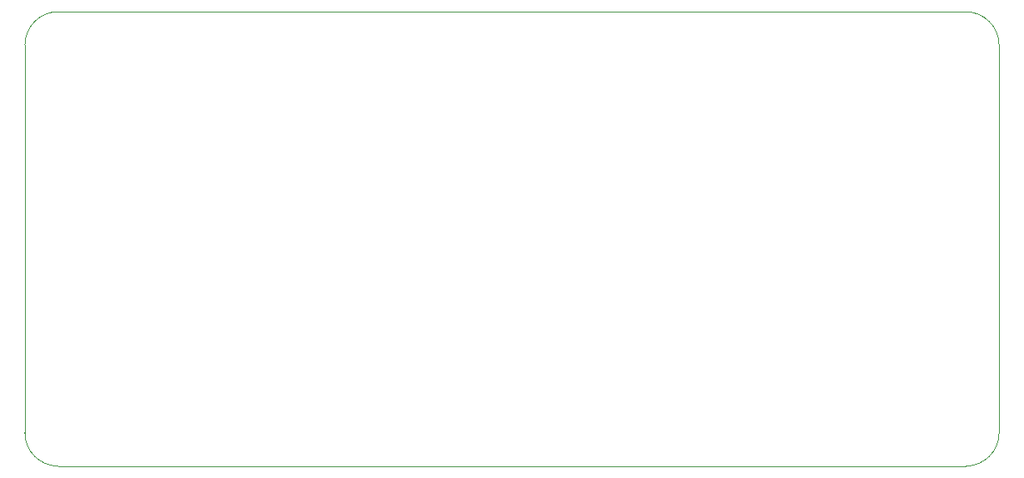
<source format=gbr>
%TF.GenerationSoftware,KiCad,Pcbnew,(6.0.7)*%
%TF.CreationDate,2022-09-04T12:35:55-05:00*%
%TF.ProjectId,Mechan-o-bell_PCB,4d656368-616e-42d6-9f2d-62656c6c5f50,rev?*%
%TF.SameCoordinates,Original*%
%TF.FileFunction,Profile,NP*%
%FSLAX46Y46*%
G04 Gerber Fmt 4.6, Leading zero omitted, Abs format (unit mm)*
G04 Created by KiCad (PCBNEW (6.0.7)) date 2022-09-04 12:35:55*
%MOMM*%
%LPD*%
G01*
G04 APERTURE LIST*
%TA.AperFunction,Profile*%
%ADD10C,0.100000*%
%TD*%
G04 APERTURE END LIST*
D10*
X183195837Y-60804163D02*
X183200000Y-100200000D01*
X179795837Y-57404163D02*
X87600000Y-57400000D01*
X84200000Y-60800000D02*
X84200000Y-100200000D01*
X84200000Y-100200000D02*
G75*
G03*
X87600000Y-103600000I3400000J0D01*
G01*
X179800000Y-103600000D02*
X87600000Y-103600000D01*
X183195837Y-60804163D02*
G75*
G03*
X179795837Y-57404163I-3400037J-37D01*
G01*
X179800000Y-103600000D02*
G75*
G03*
X183200000Y-100200000I0J3400000D01*
G01*
X87600000Y-57400000D02*
G75*
G03*
X84200000Y-60800000I0J-3400000D01*
G01*
M02*

</source>
